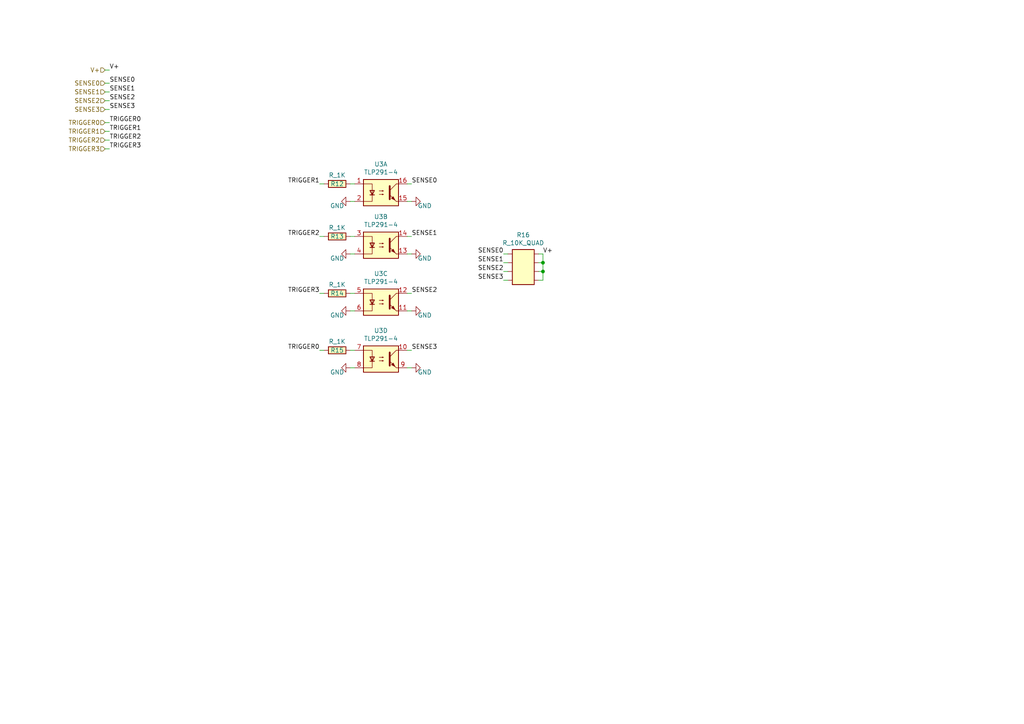
<source format=kicad_sch>
(kicad_sch (version 20211123) (generator eeschema)
  (paper "A4")
  (lib_symbols
    (symbol "Open_Automation:R_10K_QUAD" (pin_numbers hide) (pin_names (offset 0))
      (property "Reference" "R" (at 1.27 -5.08 0))
      (property "Value" "Open_Automation_R_10K_QUAD" (at 1.27 7.62 0))
      (symbol "R_10K_QUAD_0_1"
        (rectangle (start 5.08 -3.81) (end -1.27 6.35) (stroke (width 0.254)) (fill (type background)))
      )
      (symbol "R_10K_QUAD_1_1"
        (pin passive line (at -2.54 5.08 0) (length 1.27) (name "~") (number "1"))
        (pin passive line (at -2.54 2.54 0) (length 1.27) (name "~") (number "2"))
        (pin passive line (at -2.54 0 0) (length 1.27) (name "~") (number "3"))
        (pin passive line (at -2.54 -2.54 0) (length 1.27) (name "~") (number "4"))
        (pin passive line (at 6.35 -2.54 180) (length 1.27) (name "~") (number "5"))
        (pin passive line (at 6.35 0 180) (length 1.27) (name "~") (number "6"))
        (pin passive line (at 6.35 2.54 180) (length 1.27) (name "~") (number "7"))
        (pin passive line (at 6.35 5.08 180) (length 1.27) (name "~") (number "8"))
      )
    )
    (symbol "Open_Automation:R_1K" (pin_numbers hide) (pin_names (offset 0))
      (property "Reference" "R" (at 0 0 90))
      (property "Value" "Open_Automation_R_1K" (at -1.905 0 90))
      (symbol "R_1K_0_1"
        (rectangle (start -1.016 -2.54) (end 1.016 2.54) (stroke (width 0.254)) (fill (type background)))
      )
      (symbol "R_1K_1_1"
        (pin passive line (at 0 3.81 270) (length 1.27) (name "~") (number "1"))
        (pin passive line (at 0 -3.81 90) (length 1.27) (name "~") (number "2"))
      )
    )
    (symbol "Open_Automation:TLP291-4"
      (property "Reference" "U" (at -5.08 5.08 0))
      (property "Value" "Open_Automation_TLP291-4" (at 0 5.08 0))
      (symbol "TLP291-4_0_1"
        (rectangle (start -5.08 3.81) (end 5.08 -3.81) (stroke (width 0.254)) (fill (type background)))
        (polyline (pts (xy -3.175 -0.635) (xy -1.905 -0.635)) (stroke (width 0.254)))
        (polyline (pts (xy 2.54 0.635) (xy 4.445 2.54)))
        (polyline (pts (xy 4.445 -2.54) (xy 2.54 -0.635)) (fill (type outline)))
        (polyline (pts (xy 4.445 -2.54) (xy 5.08 -2.54)))
        (polyline (pts (xy 4.445 2.54) (xy 5.08 2.54)))
        (polyline (pts (xy -5.08 2.54) (xy -2.54 2.54) (xy -2.54 0.635)))
        (polyline (pts (xy -2.54 0.635) (xy -2.54 -2.54) (xy -5.08 -2.54)))
        (polyline (pts (xy 2.54 1.905) (xy 2.54 -1.905) (xy 2.54 -1.905)) (stroke (width 0.508)))
        (polyline (pts (xy -2.54 -0.635) (xy -3.175 0.635) (xy -1.905 0.635) (xy -2.54 -0.635)) (stroke (width 0.254)))
        (polyline (pts (xy -0.508 -0.508) (xy 0.762 -0.508) (xy 0.381 -0.635) (xy 0.381 -0.381) (xy 0.762 -0.508)))
        (polyline (pts (xy -0.508 0.508) (xy 0.762 0.508) (xy 0.381 0.381) (xy 0.381 0.635) (xy 0.762 0.508)))
        (polyline (pts (xy 3.048 -1.651) (xy 3.556 -1.143) (xy 4.064 -2.159) (xy 3.048 -1.651) (xy 3.048 -1.651)) (fill (type outline)))
      )
      (symbol "TLP291-4_1_1"
        (pin passive line (at -7.62 2.54 0) (length 2.54) (name "~") (number "1"))
        (pin passive line (at 7.62 -2.54 180) (length 2.54) (name "~") (number "15"))
        (pin passive line (at 7.62 2.54 180) (length 2.54) (name "~") (number "16"))
        (pin passive line (at -7.62 -2.54 0) (length 2.54) (name "~") (number "2"))
      )
      (symbol "TLP291-4_2_1"
        (pin passive line (at 7.62 -2.54 180) (length 2.54) (name "~") (number "13"))
        (pin passive line (at 7.62 2.54 180) (length 2.54) (name "~") (number "14"))
        (pin passive line (at -7.62 2.54 0) (length 2.54) (name "~") (number "3"))
        (pin passive line (at -7.62 -2.54 0) (length 2.54) (name "~") (number "4"))
      )
      (symbol "TLP291-4_3_1"
        (pin passive line (at 7.62 -2.54 180) (length 2.54) (name "~") (number "11"))
        (pin passive line (at 7.62 2.54 180) (length 2.54) (name "~") (number "12"))
        (pin passive line (at -7.62 2.54 0) (length 2.54) (name "~") (number "5"))
        (pin passive line (at -7.62 -2.54 0) (length 2.54) (name "~") (number "6"))
      )
      (symbol "TLP291-4_4_1"
        (pin passive line (at 7.62 2.54 180) (length 2.54) (name "~") (number "10"))
        (pin passive line (at -7.62 2.54 0) (length 2.54) (name "~") (number "7"))
        (pin passive line (at -7.62 -2.54 0) (length 2.54) (name "~") (number "8"))
        (pin passive line (at 7.62 -2.54 180) (length 2.54) (name "~") (number "9"))
      )
    )
    (symbol "power:GND" (power) (pin_names (offset 0))
      (property "Value" "power_GND" (at 0 -3.81 0))
      (symbol "GND_0_1"
        (polyline (pts (xy 0 0) (xy 0 -1.27) (xy 1.27 -1.27) (xy 0 -2.54) (xy -1.27 -1.27) (xy 0 -1.27)))
      )
      (symbol "GND_1_1"
        (pin power_in line (at 0 0 270) (length 0) hide (name "GND") (number "1"))
      )
    )
  )
  (junction (at 157.48 76.2))
  (junction (at 157.48 78.74))
  (wire (pts (xy 157.48 73.66) (xy 156.21 73.66)))
  (wire (pts (xy 101.6 73.66) (xy 102.87 73.66)))
  (wire (pts (xy 31.75 31.75) (xy 30.48 31.75)))
  (wire (pts (xy 118.11 85.09) (xy 119.38 85.09)))
  (wire (pts (xy 101.6 58.42) (xy 102.87 58.42)))
  (wire (pts (xy 101.6 53.34) (xy 102.87 53.34)))
  (wire (pts (xy 31.75 35.56) (xy 30.48 35.56)))
  (wire (pts (xy 119.38 90.17) (xy 118.11 90.17)))
  (wire (pts (xy 31.75 40.64) (xy 30.48 40.64)))
  (wire (pts (xy 157.48 78.74) (xy 157.48 76.2)))
  (wire (pts (xy 146.05 78.74) (xy 147.32 78.74)))
  (wire (pts (xy 92.71 68.58) (xy 93.98 68.58)))
  (wire (pts (xy 101.6 101.6) (xy 102.87 101.6)))
  (wire (pts (xy 119.38 53.34) (xy 118.11 53.34)))
  (wire (pts (xy 101.6 68.58) (xy 102.87 68.58)))
  (wire (pts (xy 31.75 29.21) (xy 30.48 29.21)))
  (wire (pts (xy 157.48 81.28) (xy 157.48 78.74)))
  (wire (pts (xy 157.48 81.28) (xy 156.21 81.28)))
  (wire (pts (xy 101.6 90.17) (xy 102.87 90.17)))
  (wire (pts (xy 157.48 76.2) (xy 157.48 73.66)))
  (wire (pts (xy 31.75 38.1) (xy 30.48 38.1)))
  (wire (pts (xy 119.38 68.58) (xy 118.11 68.58)))
  (wire (pts (xy 30.48 20.32) (xy 31.75 20.32)))
  (wire (pts (xy 101.6 85.09) (xy 102.87 85.09)))
  (wire (pts (xy 31.75 26.67) (xy 30.48 26.67)))
  (wire (pts (xy 31.75 43.18) (xy 30.48 43.18)))
  (wire (pts (xy 119.38 106.68) (xy 118.11 106.68)))
  (wire (pts (xy 119.38 73.66) (xy 118.11 73.66)))
  (wire (pts (xy 101.6 106.68) (xy 102.87 106.68)))
  (wire (pts (xy 31.75 24.13) (xy 30.48 24.13)))
  (wire (pts (xy 146.05 73.66) (xy 147.32 73.66)))
  (wire (pts (xy 146.05 81.28) (xy 147.32 81.28)))
  (wire (pts (xy 119.38 101.6) (xy 118.11 101.6)))
  (wire (pts (xy 92.71 85.09) (xy 93.98 85.09)))
  (wire (pts (xy 92.71 101.6) (xy 93.98 101.6)))
  (wire (pts (xy 92.71 53.34) (xy 93.98 53.34)))
  (wire (pts (xy 157.48 78.74) (xy 156.21 78.74)))
  (wire (pts (xy 119.38 58.42) (xy 118.11 58.42)))
  (wire (pts (xy 157.48 76.2) (xy 156.21 76.2)))
  (wire (pts (xy 146.05 76.2) (xy 147.32 76.2)))
  (label "SENSE1" (at 119.38 68.58 0))
  (label "TRIGGER3" (at 92.71 85.09 180))
  (label "SENSE3" (at 119.38 101.6 0))
  (label "SENSE3" (at 146.05 81.28 180))
  (label "SENSE3" (at 31.75 31.75 0))
  (label "SENSE0" (at 31.75 24.13 0))
  (label "TRIGGER3" (at 31.75 43.18 0))
  (label "TRIGGER0" (at 92.71 101.6 180))
  (label "SENSE0" (at 146.05 73.66 180))
  (label "TRIGGER1" (at 31.75 38.1 0))
  (label "SENSE1" (at 146.05 76.2 180))
  (label "SENSE0" (at 119.38 53.34 0))
  (label "SENSE1" (at 31.75 26.67 0))
  (label "TRIGGER0" (at 31.75 35.56 0))
  (label "TRIGGER1" (at 92.71 53.34 180))
  (label "V+" (at 31.75 20.32 0))
  (label "TRIGGER2" (at 92.71 68.58 180))
  (label "V+" (at 157.48 73.66 0))
  (label "SENSE2" (at 119.38 85.09 0))
  (label "SENSE2" (at 146.05 78.74 180))
  (label "TRIGGER2" (at 31.75 40.64 0))
  (label "SENSE2" (at 31.75 29.21 0))
  (hierarchical_label "SENSE3" (shape input) (at 30.48 31.75 180))
  (hierarchical_label "SENSE2" (shape input) (at 30.48 29.21 180))
  (hierarchical_label "TRIGGER1" (shape input) (at 30.48 38.1 180))
  (hierarchical_label "TRIGGER2" (shape input) (at 30.48 40.64 180))
  (hierarchical_label "SENSE1" (shape input) (at 30.48 26.67 180))
  (hierarchical_label "SENSE0" (shape input) (at 30.48 24.13 180))
  (hierarchical_label "TRIGGER3" (shape input) (at 30.48 43.18 180))
  (hierarchical_label "TRIGGER0" (shape input) (at 30.48 35.56 180))
  (hierarchical_label "V+" (shape input) (at 30.48 20.32 180))
  (symbol (lib_id "power:GND") (at 119.38 58.42 90) (unit 1)
    (property "Reference" "#PWR033" (effects hide))
    (property "Value" "GND" (at 123.19 59.69 90))
  )
  (symbol (lib_id "power:GND") (at 119.38 73.66 90) (unit 1)
    (property "Reference" "#PWR034" (effects hide))
    (property "Value" "GND" (at 123.19 74.93 90))
  )
  (symbol (lib_id "power:GND") (at 119.38 90.17 90) (unit 1)
    (property "Reference" "#PWR035" (effects hide))
    (property "Value" "GND" (at 123.19 91.44 90))
  )
  (symbol (lib_id "Open_Automation:R_1K") (at 97.79 53.34 270) (unit 1)
    (property "Reference" "R12" (at 97.79 53.34 90))
    (property "Value" "R_1K" (at 97.79 50.8 90))
    (property "Footprint" "Resistor_SMD:R_0603_1608Metric_Pad0.98x0.95mm_HandSolder" (effects hide))
    (property "Datasheet" "https://www.digikey.com/product-detail/en/panasonic-electronic-components/ERJ-3GEYJ102V/P1.0KGDKR-ND/577615" (effects hide))
    (property "Part Number" "ERJ-3GEYJ102V" (effects hide))
    (property "LCSC" " C21190" (effects hide))
  )
  (symbol (lib_id "power:GND") (at 119.38 106.68 90) (unit 1)
    (property "Reference" "#PWR036" (effects hide))
    (property "Value" "GND" (at 123.19 107.95 90))
  )
  (symbol (lib_id "power:GND") (at 101.6 106.68 270) (unit 1)
    (property "Reference" "#PWR032" (effects hide))
    (property "Value" "GND" (at 97.79 107.95 90))
  )
  (symbol (lib_id "Open_Automation:R_1K") (at 97.79 68.58 270) (unit 1)
    (property "Reference" "R13" (at 97.79 68.58 90))
    (property "Value" "R_1K" (at 97.79 66.04 90))
    (property "Footprint" "Resistor_SMD:R_0603_1608Metric_Pad0.98x0.95mm_HandSolder" (effects hide))
    (property "Datasheet" "https://www.digikey.com/product-detail/en/panasonic-electronic-components/ERJ-3GEYJ102V/P1.0KGDKR-ND/577615" (effects hide))
    (property "Part Number" "ERJ-3GEYJ102V" (effects hide))
    (property "LCSC" " C21190" (effects hide))
  )
  (symbol (lib_id "power:GND") (at 101.6 90.17 270) (unit 1)
    (property "Reference" "#PWR031" (effects hide))
    (property "Value" "GND" (at 97.79 91.44 90))
  )
  (symbol (lib_id "Open_Automation:R_1K") (at 97.79 85.09 270) (unit 1)
    (property "Reference" "R14" (at 97.79 85.09 90))
    (property "Value" "R_1K" (at 97.79 82.55 90))
    (property "Footprint" "Resistor_SMD:R_0603_1608Metric_Pad0.98x0.95mm_HandSolder" (effects hide))
    (property "Datasheet" "https://www.digikey.com/product-detail/en/panasonic-electronic-components/ERJ-3GEYJ102V/P1.0KGDKR-ND/577615" (effects hide))
    (property "Part Number" "ERJ-3GEYJ102V" (effects hide))
    (property "LCSC" " C21190" (effects hide))
  )
  (symbol (lib_id "power:GND") (at 101.6 73.66 270) (unit 1)
    (property "Reference" "#PWR030" (effects hide))
    (property "Value" "GND" (at 97.79 74.93 90))
  )
  (symbol (lib_id "Open_Automation:TLP291-4") (at 110.49 55.88 0) (unit 1)
    (property "Reference" "U3" (at 110.49 47.625 0))
    (property "Value" "TLP291-4" (at 110.49 49.9364 0))
    (property "Footprint" "Package_SO:SOP-16_4.4x10.4mm_P1.27mm" (effects hide))
    (property "Datasheet" "https://datasheet.lcsc.com/szlcsc/TOSHIBA-TLP291-4-GB-TP-E-T_C60900.pdf" (effects hide))
    (property "LCSC" "C60900" (effects hide))
    (property "Part Number" "TLP291-4(GB-TP,E(T" (effects hide))
  )
  (symbol (lib_id "Open_Automation:TLP291-4") (at 110.49 71.12 0) (unit 2)
    (property "Reference" "U3" (at 110.49 62.865 0))
    (property "Value" "TLP291-4" (at 110.49 65.1764 0))
    (property "Footprint" "Package_SO:SOP-16_4.4x10.4mm_P1.27mm" (effects hide))
    (property "Datasheet" "https://datasheet.lcsc.com/szlcsc/TOSHIBA-TLP291-4-GB-TP-E-T_C60900.pdf" (effects hide))
    (property "LCSC" "C60900" (effects hide))
    (property "Part Number" "TLP291-4(GB-TP,E(T" (effects hide))
  )
  (symbol (lib_id "Open_Automation:TLP291-4") (at 110.49 87.63 0) (unit 3)
    (property "Reference" "U3" (at 110.49 79.375 0))
    (property "Value" "TLP291-4" (at 110.49 81.6864 0))
    (property "Footprint" "Package_SO:SOP-16_4.4x10.4mm_P1.27mm" (effects hide))
    (property "Datasheet" "https://datasheet.lcsc.com/szlcsc/TOSHIBA-TLP291-4-GB-TP-E-T_C60900.pdf" (effects hide))
    (property "LCSC" "C60900" (effects hide))
    (property "Part Number" "TLP291-4(GB-TP,E(T" (effects hide))
  )
  (symbol (lib_id "Open_Automation:TLP291-4") (at 110.49 104.14 0) (unit 4)
    (property "Reference" "U3" (at 110.49 95.885 0))
    (property "Value" "TLP291-4" (at 110.49 98.1964 0))
    (property "Footprint" "Package_SO:SOP-16_4.4x10.4mm_P1.27mm" (effects hide))
    (property "Datasheet" "https://datasheet.lcsc.com/szlcsc/TOSHIBA-TLP291-4-GB-TP-E-T_C60900.pdf" (effects hide))
    (property "LCSC" "C60900" (effects hide))
    (property "Part Number" "TLP291-4(GB-TP,E(T" (effects hide))
  )
  (symbol (lib_id "Open_Automation:R_1K") (at 97.79 101.6 270) (unit 1)
    (property "Reference" "R15" (at 97.79 101.6 90))
    (property "Value" "R_1K" (at 97.79 99.06 90))
    (property "Footprint" "Resistor_SMD:R_0603_1608Metric_Pad0.98x0.95mm_HandSolder" (effects hide))
    (property "Datasheet" "https://www.digikey.com/product-detail/en/panasonic-electronic-components/ERJ-3GEYJ102V/P1.0KGDKR-ND/577615" (effects hide))
    (property "Part Number" "ERJ-3GEYJ102V" (effects hide))
    (property "LCSC" " C21190" (effects hide))
  )
  (symbol (lib_id "power:GND") (at 101.6 58.42 270) (unit 1)
    (property "Reference" "#PWR029" (effects hide))
    (property "Value" "GND" (at 97.79 59.69 90))
  )
  (symbol (lib_id "Open_Automation:R_10K_QUAD") (at 149.86 78.74 0) (unit 1)
    (property "Reference" "R16" (at 151.765 68.1482 0))
    (property "Value" "R_10K_QUAD" (at 151.765 70.4596 0))
    (property "Footprint" "Resistor_SMD:R_Array_Concave_4x0402" (effects hide))
    (property "Datasheet" "https://datasheet.lcsc.com/szlcsc/Uniroyal-Elec-4D02WGJ0103TCE_C25725.pdf" (effects hide))
    (property "Part Number" "4D02WGJ0103TCE" (effects hide))
    (property "LCSC" "C25725" (effects hide))
  )
)
</source>
